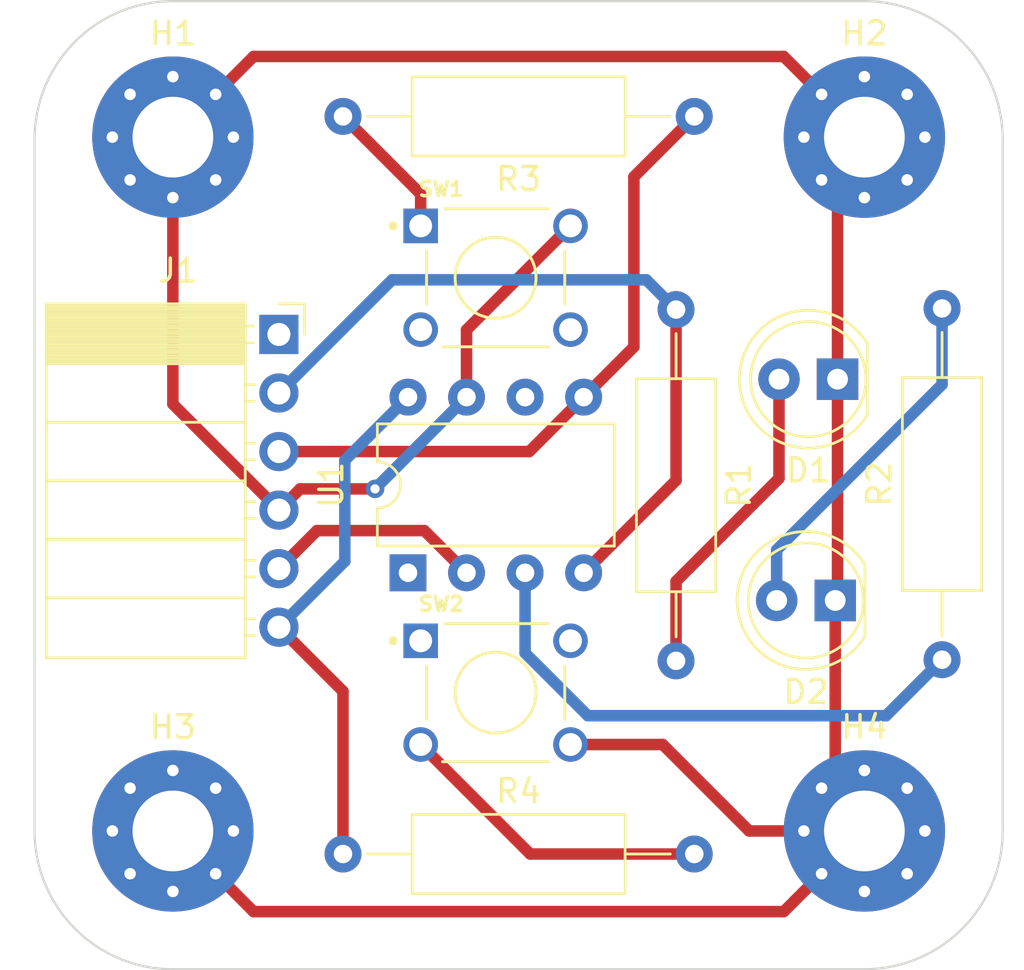
<source format=kicad_pcb>
(kicad_pcb (version 20211014) (generator pcbnew)
  (layers (0 "F.Cu" signal) (31 "B.Cu" signal) (34 "B.Paste" user) (35 "F.Paste" user) (36 "B.SilkS" user "B.Silkscreen") (37 "F.SilkS" user "F.Silkscreen") (38 "B.Mask" user) (39 "F.Mask" user) (44 "Edge.Cuts" user))
  (net 0 "")
  (net 1 "VSS")
  (net 2 "Net-(D1-Pad2)")
  (net 3 "Net-(D2-Pad2)")
  (net 5 "GP1")
  (net 6 "GP0")
  (net 7 "VDD")
  (net 8 "GP3")
  (net 9 "GP2")
  (net 10 "Net-(R3-Pad2)")
  (net 11 "Net-(R4-Pad2)")
  (footprint "Button_Switch_THT:SW_1825910-6-4" (layer "F.Cu") (at 131 84)
    (fp_text reference "SW1" (at -2.3627 -3.844398) (layer "F.SilkS") (effects (font (size 0.630643 0.630643))))
    (fp_text value "SW_DPST_x2")
    (fp_line (start 2.3 2.995) (end -2.3 2.995) (layer "F.SilkS") (width 0.127))
    (fp_line (start 3 -1.15) (end 3 1.15) (layer "F.SilkS") (width 0.127))
    (fp_line (start -2.2 -2.995) (end 2.3 -2.995) (layer "F.SilkS") (width 0.127))
    (fp_line (start -2.995 -1.15) (end -2.995 1.15) (layer "F.SilkS") (width 0.127))
    (fp_circle (center 0 0) (end 1.755 0) (layer "F.SilkS") (width 0.127) (fill none))
    (fp_circle (center -4.445 -2.25) (end -4.345 -2.25) (layer "F.SilkS") (width 0.2) (fill none))
    (pad "1" thru_hole rect locked (at -3.25 -2.25) (size 1.498 1.498) (drill 0.99) (layers *.Cu *.Mask) (net 10 "Net-(R3-Pad2)"))
    (pad "2" thru_hole circle locked (at 3.25 -2.25) (size 1.498 1.498) (drill 0.99) (layers *.Cu *.Mask) (net 1 "VSS"))
    (pad "3" thru_hole circle locked (at -3.25 2.25) (size 1.498 1.498) (drill 0.99) (layers *.Cu *.Mask))
    (pad "4" thru_hole circle locked (at 3.25 2.25) (size 1.498 1.498) (drill 0.99) (layers *.Cu *.Mask))
  )
  (footprint "MountingHole:MountingHole_3.5mm_Pad_Via" (layer "F.Cu") (at 117 108)
    (fp_text reference "H3" (at 0 -4.5) (layer "F.SilkS"))
    (fp_text value "MountingHole_Pad")
    (pad "1" thru_hole circle (at 1.856155 1.856155) (size 0.8 0.8) (drill 0.5) (layers *.Cu *.Mask) (net 1 "VSS"))
    (pad "1" thru_hole circle (at 0 0) (size 7 7) (drill 3.5) (layers *.Cu *.Mask) (net 1 "VSS"))
    (pad "1" thru_hole circle (at 1.856155 -1.856155) (size 0.8 0.8) (drill 0.5) (layers *.Cu *.Mask) (net 1 "VSS"))
    (pad "1" thru_hole circle (at -2.625 0) (size 0.8 0.8) (drill 0.5) (layers *.Cu *.Mask) (net 1 "VSS"))
    (pad "1" thru_hole circle (at -1.856155 1.856155) (size 0.8 0.8) (drill 0.5) (layers *.Cu *.Mask) (net 1 "VSS"))
    (pad "1" thru_hole circle (at 2.625 0) (size 0.8 0.8) (drill 0.5) (layers *.Cu *.Mask) (net 1 "VSS"))
    (pad "1" thru_hole circle (at -1.856155 -1.856155) (size 0.8 0.8) (drill 0.5) (layers *.Cu *.Mask) (net 1 "VSS"))
    (pad "1" thru_hole circle (at 0 -2.625) (size 0.8 0.8) (drill 0.5) (layers *.Cu *.Mask) (net 1 "VSS"))
    (pad "1" thru_hole circle (at 0 2.625) (size 0.8 0.8) (drill 0.5) (layers *.Cu *.Mask) (net 1 "VSS"))
  )
  (footprint "Button_Switch_THT:SW_1825910-6-4" (layer "F.Cu") (at 131 102)
    (fp_text reference "SW2" (at -2.3627 -3.844398) (layer "F.SilkS") (effects (font (size 0.630643 0.630643))))
    (fp_text value "SW_DPST_x2")
    (fp_line (start -2.2 -2.995) (end 2.3 -2.995) (layer "F.SilkS") (width 0.127))
    (fp_line (start -2.995 -1.15) (end -2.995 1.15) (layer "F.SilkS") (width 0.127))
    (fp_line (start 2.3 2.995) (end -2.3 2.995) (layer "F.SilkS") (width 0.127))
    (fp_line (start 3 -1.15) (end 3 1.15) (layer "F.SilkS") (width 0.127))
    (fp_circle (center -4.445 -2.25) (end -4.345 -2.25) (layer "F.SilkS") (width 0.2) (fill none))
    (fp_circle (center 0 0) (end 1.755 0) (layer "F.SilkS") (width 0.127) (fill none))
    (pad "1" thru_hole rect locked (at -3.25 -2.25) (size 1.498 1.498) (drill 0.99) (layers *.Cu *.Mask))
    (pad "2" thru_hole circle locked (at 3.25 -2.25) (size 1.498 1.498) (drill 0.99) (layers *.Cu *.Mask))
    (pad "3" thru_hole circle locked (at -3.25 2.25) (size 1.498 1.498) (drill 0.99) (layers *.Cu *.Mask) (net 11 "Net-(R4-Pad2)"))
    (pad "4" thru_hole circle locked (at 3.25 2.25) (size 1.498 1.498) (drill 0.99) (layers *.Cu *.Mask) (net 1 "VSS"))
  )
  (footprint "Package_DIP:DIP-8_W7.62mm" (layer "F.Cu") (at 127.2 96.8 90)
    (fp_text reference "U1" (at 3.81 -3.33 90) (layer "F.SilkS"))
    (fp_text value "PIC10F200-IP")
    (fp_line (start 6.46 -1.33) (end 4.81 -1.33) (layer "F.SilkS") (width 0.12))
    (fp_line (start 2.81 -1.33) (end 1.16 -1.33) (layer "F.SilkS") (width 0.12))
    (fp_line (start 1.16 -1.33) (end 1.16 8.95) (layer "F.SilkS") (width 0.12))
    (fp_line (start 1.16 8.95) (end 6.46 8.95) (layer "F.SilkS") (width 0.12))
    (fp_line (start 6.46 8.95) (end 6.46 -1.33) (layer "F.SilkS") (width 0.12))
    (fp_arc (start 4.81 -1.33) (mid 3.81 -0.33) (end 2.81 -1.33) (layer "F.SilkS") (width 0.12))
    (pad "1" thru_hole rect (at 0 0 90) (size 1.6 1.6) (drill 0.8) (layers *.Cu *.Mask))
    (pad "2" thru_hole oval (at 0 2.54 90) (size 1.6 1.6) (drill 0.8) (layers *.Cu *.Mask) (net 7 "VDD"))
    (pad "3" thru_hole oval (at 0 5.08 90) (size 1.6 1.6) (drill 0.8) (layers *.Cu *.Mask) (net 9 "GP2"))
    (pad "4" thru_hole oval (at 0 7.62 90) (size 1.6 1.6) (drill 0.8) (layers *.Cu *.Mask) (net 5 "GP1"))
    (pad "5" thru_hole oval (at 7.62 7.62 90) (size 1.6 1.6) (drill 0.8) (layers *.Cu *.Mask) (net 6 "GP0"))
    (pad "6" thru_hole oval (at 7.62 5.08 90) (size 1.6 1.6) (drill 0.8) (layers *.Cu *.Mask))
    (pad "7" thru_hole oval (at 7.62 2.54 90) (size 1.6 1.6) (drill 0.8) (layers *.Cu *.Mask) (net 1 "VSS"))
    (pad "8" thru_hole oval (at 7.62 0 90) (size 1.6 1.6) (drill 0.8) (layers *.Cu *.Mask) (net 8 "GP3"))
  )
  (footprint "Resistor_THT:R_Axial_DIN0309_L9.0mm_D3.2mm_P15.24mm_Horizontal" (layer "F.Cu") (at 138.83 85.38 -90)
    (fp_text reference "R1" (at 7.62 -2.72 -90) (layer "F.SilkS"))
    (fp_text value "1k")
    (fp_line (start 3 1.72) (end 12.24 1.72) (layer "F.SilkS") (width 0.12))
    (fp_line (start 12.24 1.72) (end 12.24 -1.72) (layer "F.SilkS") (width 0.12))
    (fp_line (start 1.04 0) (end 3 0) (layer "F.SilkS") (width 0.12))
    (fp_line (start 14.2 0) (end 12.24 0) (layer "F.SilkS") (width 0.12))
    (fp_line (start 3 -1.72) (end 3 1.72) (layer "F.SilkS") (width 0.12))
    (fp_line (start 12.24 -1.72) (end 3 -1.72) (layer "F.SilkS") (width 0.12))
    (pad "1" thru_hole circle (at 0 0 270) (size 1.6 1.6) (drill 0.8) (layers *.Cu *.Mask) (net 5 "GP1"))
    (pad "2" thru_hole oval (at 15.24 0 270) (size 1.6 1.6) (drill 0.8) (layers *.Cu *.Mask) (net 2 "Net-(D1-Pad2)"))
  )
  (footprint "Resistor_THT:R_Axial_DIN0309_L9.0mm_D3.2mm_P15.24mm_Horizontal" (layer "F.Cu") (at 124.38 109)
    (fp_text reference "R4" (at 7.62 -2.72) (layer "F.SilkS"))
    (fp_text value "1k")
    (fp_line (start 3 1.72) (end 12.24 1.72) (layer "F.SilkS") (width 0.12))
    (fp_line (start 12.24 1.72) (end 12.24 -1.72) (layer "F.SilkS") (width 0.12))
    (fp_line (start 12.24 -1.72) (end 3 -1.72) (layer "F.SilkS") (width 0.12))
    (fp_line (start 1.04 0) (end 3 0) (layer "F.SilkS") (width 0.12))
    (fp_line (start 3 -1.72) (end 3 1.72) (layer "F.SilkS") (width 0.12))
    (fp_line (start 14.2 0) (end 12.24 0) (layer "F.SilkS") (width 0.12))
    (pad "1" thru_hole circle (at 0 0) (size 1.6 1.6) (drill 0.8) (layers *.Cu *.Mask) (net 8 "GP3"))
    (pad "2" thru_hole oval (at 15.24 0) (size 1.6 1.6) (drill 0.8) (layers *.Cu *.Mask) (net 11 "Net-(R4-Pad2)"))
  )
  (footprint "MountingHole:MountingHole_3.5mm_Pad_Via" (layer "F.Cu") (at 117 77.9)
    (fp_text reference "H1" (at 0 -4.5) (layer "F.SilkS"))
    (fp_text value "MountingHole_Pad")
    (pad "1" thru_hole circle (at 0 2.625) (size 0.8 0.8) (drill 0.5) (layers *.Cu *.Mask) (net 1 "VSS"))
    (pad "1" thru_hole circle (at 0 0) (size 7 7) (drill 3.5) (layers *.Cu *.Mask) (net 1 "VSS"))
    (pad "1" thru_hole circle (at -2.625 0) (size 0.8 0.8) (drill 0.5) (layers *.Cu *.Mask) (net 1 "VSS"))
    (pad "1" thru_hole circle (at 1.856155 -1.856155) (size 0.8 0.8) (drill 0.5) (layers *.Cu *.Mask) (net 1 "VSS"))
    (pad "1" thru_hole circle (at 2.625 0) (size 0.8 0.8) (drill 0.5) (layers *.Cu *.Mask) (net 1 "VSS"))
    (pad "1" thru_hole circle (at -1.856155 -1.856155) (size 0.8 0.8) (drill 0.5) (layers *.Cu *.Mask) (net 1 "VSS"))
    (pad "1" thru_hole circle (at 1.856155 1.856155) (size 0.8 0.8) (drill 0.5) (layers *.Cu *.Mask) (net 1 "VSS"))
    (pad "1" thru_hole circle (at -1.856155 1.856155) (size 0.8 0.8) (drill 0.5) (layers *.Cu *.Mask) (net 1 "VSS"))
    (pad "1" thru_hole circle (at 0 -2.625) (size 0.8 0.8) (drill 0.5) (layers *.Cu *.Mask) (net 1 "VSS"))
  )
  (footprint "Resistor_THT:R_Axial_DIN0309_L9.0mm_D3.2mm_P15.24mm_Horizontal" (layer "F.Cu") (at 139.62 77 180)
    (fp_text reference "R3" (at 7.62 -2.72 180) (layer "F.SilkS"))
    (fp_text value "1k")
    (fp_line (start 1.04 0) (end 3 0) (layer "F.SilkS") (width 0.12))
    (fp_line (start 14.2 0) (end 12.24 0) (layer "F.SilkS") (width 0.12))
    (fp_line (start 12.24 1.72) (end 12.24 -1.72) (layer "F.SilkS") (width 0.12))
    (fp_line (start 3 -1.72) (end 3 1.72) (layer "F.SilkS") (width 0.12))
    (fp_line (start 3 1.72) (end 12.24 1.72) (layer "F.SilkS") (width 0.12))
    (fp_line (start 12.24 -1.72) (end 3 -1.72) (layer "F.SilkS") (width 0.12))
    (pad "1" thru_hole circle (at 0 0 180) (size 1.6 1.6) (drill 0.8) (layers *.Cu *.Mask) (net 6 "GP0"))
    (pad "2" thru_hole oval (at 15.24 0 180) (size 1.6 1.6) (drill 0.8) (layers *.Cu *.Mask) (net 10 "Net-(R3-Pad2)"))
  )
  (footprint "LED_THT:LED_D5.0mm" (layer "F.Cu") (at 145.835 88.4 180)
    (fp_text reference "D1" (at 1.27 -3.96) (layer "F.SilkS"))
    (fp_text value "LED")
    (fp_line (start -1.29 -1.545) (end -1.29 1.545) (layer "F.SilkS") (width 0.12))
    (fp_arc (start -1.29 -1.54483) (mid 2.072002 -2.880433) (end 4.26 0.000462) (layer "F.SilkS") (width 0.12))
    (fp_arc (start 4.26 -0.000462) (mid 2.072002 2.880433) (end -1.29 1.54483) (layer "F.SilkS") (width 0.12))
    (fp_circle (center 1.27 0) (end 3.77 0) (layer "F.SilkS") (width 0.12) (fill none))
    (pad "1" thru_hole rect (at 0 0 180) (size 1.8 1.8) (drill 0.9) (layers *.Cu *.Mask) (net 1 "VSS"))
    (pad "2" thru_hole circle (at 2.54 0 180) (size 1.8 1.8) (drill 0.9) (layers *.Cu *.Mask) (net 2 "Net-(D1-Pad2)"))
  )
  (footprint "Connector_PinSocket_2.54mm:PinSocket_1x06_P2.54mm_Horizontal" (layer "F.Cu") (at 121.6 86.46)
    (fp_text reference "J1" (at -4.38 -2.77) (layer "F.SilkS"))
    (fp_text value "Conn_01x06_Female")
    (fp_line (start -10.09 6.35) (end -1.46 6.35) (layer "F.SilkS") (width 0.12))
    (fp_line (start -10.09 -0.619525) (end -1.46 -0.619525) (layer "F.SilkS") (width 0.12))
    (fp_line (start -1.46 -0.36) (end -1.11 -0.36) (layer "F.SilkS") (width 0.12))
    (fp_line (start -10.09 -0.02905) (end -1.46 -0.02905) (layer "F.SilkS") (width 0.12))
    (fp_line (start -1.46 13.06) (end -1.05 13.06) (layer "F.SilkS") (width 0.12))
    (fp_line (start -10.09 -0.855715) (end -1.46 -0.855715) (layer "F.SilkS") (width 0.12))
    (fp_line (start -10.09 0.91571) (end -1.46 0.91571) (layer "F.SilkS") (width 0.12))
    (fp_line (start -1.46 10.52) (end -1.05 10.52) (layer "F.SilkS") (width 0.12))
    (fp_line (start -1.46 7.98) (end -1.05 7.98) (layer "F.SilkS") (width 0.12))
    (fp_line (start -10.09 14.03) (end -1.46 14.03) (layer "F.SilkS") (width 0.12))
    (fp_line (start -10.09 0.20714) (end -1.46 0.20714) (layer "F.SilkS") (width 0.12))
    (fp_line (start -1.46 12.34) (end -1.05 12.34) (layer "F.SilkS") (width 0.12))
    (fp_line (start 0 -1.33) (end 1.11 -1.33) (layer "F.SilkS") (width 0.12))
    (fp_line (start -10.09 3.81) (end -1.46 3.81) (layer "F.SilkS") (width 0.12))
    (fp_line (start -10.09 -1.33) (end -10.09 14.03) (layer "F.SilkS") (width 0.12))
    (fp_line (start -1.46 2.9) (end -1.05 2.9) (layer "F.SilkS") (width 0.12))
    (fp_line (start -1.46 7.26) (end -1.05 7.26) (layer "F.SilkS") (width 0.12))
    (fp_line (start -10.09 1.1519) (end -1.46 1.1519) (layer "F.SilkS") (width 0.12))
    (fp_line (start -10.09 1.033805) (end -1.46 1.033805) (layer "F.SilkS") (width 0.12))
    (fp_line (start -10.09 1.27) (end -1.46 1.27) (layer "F.SilkS") (width 0.12))
    (fp_line (start -10.09 -0.97381) (end -1.46 -0.97381) (layer "F.SilkS") (width 0.12))
    (fp_line (start -10.09 -0.26524) (end -1.46 -0.26524) (layer "F.SilkS") (width 0.12))
    (fp_line (start 1.11 -1.33) (end 1.11 0) (layer "F.SilkS") (width 0.12))
    (fp_line (start -1.46 4.72) (end -1.05 4.72) (layer "F.SilkS") (width 0.12))
    (fp_line (start -10.09 0.561425) (end -1.46 0.561425) (layer "F.SilkS") (width 0.12))
    (fp_line (start -10.09 -1.091905) (end -1.46 -1.091905) (layer "F.SilkS") (width 0.12))
    (fp_line (start -10.09 -0.383335) (end -1.46 -0.383335) (layer "F.SilkS") (width 0.12))
    (fp_line (start -10.09 0.67952) (end -1.46 0.67952) (layer "F.SilkS") (width 0.12))
    (fp_line (start -10.09 -0.73762) (end -1.46 -0.73762) (layer "F.SilkS") (width 0.12))
    (fp_line (start -10.09 11.43) (end -1.46 11.43) (layer "F.SilkS") (width 0.12))
    (fp_line (start -1.46 2.18) (end -1.05 2.18) (layer "F.SilkS") (width 0.12))
    (fp_line (start -1.46 0.36) (end -1.11 0.36) (layer "F.SilkS") (width 0.12))
    (fp_line (start -10.09 -0.50143) (end -1.46 -0.50143) (layer "F.SilkS") (width 0.12))
    (fp_line (start -1.46 9.8) (end -1.05 9.8) (layer "F.SilkS") (width 0.12))
    (fp_line (start -10.09 -1.33) (end -1.46 -1.33) (layer "F.SilkS") (width 0.12))
    (fp_line (start -10.09 -0.147145) (end -1.46 -0.147145) (layer "F.SilkS") (width 0.12))
    (fp_line (start -10.09 0.44333) (end -1.46 0.44333) (layer "F.SilkS") (width 0.12))
    (fp_line (start -10.09 0.325235) (end -1.46 0.325235) (layer "F.SilkS") (width 0.12))
    (fp_line (start -1.46 5.44) (end -1.05 5.44) (layer "F.SilkS") (width 0.12))
    (fp_line (start -10.09 8.89) (end -1.46 8.89) (layer "F.SilkS") (width 0.12))
    (fp_line (start -1.46 -1.33) (end -1.46 14.03) (layer "F.SilkS") (width 0.12))
    (fp_line (start -10.09 0.089045) (end -1.46 0.089045) (layer "F.SilkS") (width 0.12))
    (fp_line (start -10.09 0.797615) (end -1.46 0.797615) (layer "F.SilkS") (width 0.12))
    (fp_line (start -10.09 -1.21) (end -1.46 -1.21) (layer "F.SilkS") (width 0.12))
    (pad "1" thru_hole rect (at 0 0) (size 1.7 1.7) (drill 1) (layers *.Cu *.Mask))
    (pad "2" thru_hole oval (at 0 2.54) (size 1.7 1.7) (drill 1) (layers *.Cu *.Mask) (net 5 "GP1"))
    (pad "3" thru_hole oval (at 0 5.08) (size 1.7 1.7) (drill 1) (layers *.Cu *.Mask) (net 6 "GP0"))
    (pad "4" thru_hole oval (at 0 7.62) (size 1.7 1.7) (drill 1) (layers *.Cu *.Mask) (net 1 "VSS"))
    (pad "5" thru_hole oval (at 0 10.16) (size 1.7 1.7) (drill 1) (layers *.Cu *.Mask) (net 7 "VDD"))
    (pad "6" thru_hole oval (at 0 12.7) (size 1.7 1.7) (drill 1) (layers *.Cu *.Mask) (net 8 "GP3"))
  )
  (footprint "MountingHole:MountingHole_3.5mm_Pad_Via" (layer "F.Cu") (at 147 108)
    (fp_text reference "H4" (at 0 -4.5) (layer "F.SilkS"))
    (fp_text value "MountingHole_Pad")
    (pad "1" thru_hole circle (at -1.856155 -1.856155) (size 0.8 0.8) (drill 0.5) (layers *.Cu *.Mask) (net 1 "VSS"))
    (pad "1" thru_hole circle (at 2.625 0) (size 0.8 0.8) (drill 0.5) (layers *.Cu *.Mask) (net 1 "VSS"))
    (pad "1" thru_hole circle (at 0 2.625) (size 0.8 0.8) (drill 0.5) (layers *.Cu *.Mask) (net 1 "VSS"))
    (pad "1" thru_hole circle (at 1.856155 -1.856155) (size 0.8 0.8) (drill 0.5) (layers *.Cu *.Mask) (net 1 "VSS"))
    (pad "1" thru_hole circle (at -1.856155 1.856155) (size 0.8 0.8) (drill 0.5) (layers *.Cu *.Mask) (net 1 "VSS"))
    (pad "1" thru_hole circle (at -2.625 0) (size 0.8 0.8) (drill 0.5) (layers *.Cu *.Mask) (net 1 "VSS"))
    (pad "1" thru_hole circle (at 1.856155 1.856155) (size 0.8 0.8) (drill 0.5) (layers *.Cu *.Mask) (net 1 "VSS"))
    (pad "1" thru_hole circle (at 0 0) (size 7 7) (drill 3.5) (layers *.Cu *.Mask) (net 1 "VSS"))
    (pad "1" thru_hole circle (at 0 -2.625) (size 0.8 0.8) (drill 0.5) (layers *.Cu *.Mask) (net 1 "VSS"))
  )
  (footprint "MountingHole:MountingHole_3.5mm_Pad_Via" (layer "F.Cu") (at 147 77.9)
    (fp_text reference "H2" (at 0 -4.5) (layer "F.SilkS"))
    (fp_text value "MountingHole_Pad")
    (pad "1" thru_hole circle (at 1.856155 1.856155) (size 0.8 0.8) (drill 0.5) (layers *.Cu *.Mask) (net 1 "VSS"))
    (pad "1" thru_hole circle (at 0 2.625) (size 0.8 0.8) (drill 0.5) (layers *.Cu *.Mask) (net 1 "VSS"))
    (pad "1" thru_hole circle (at -2.625 0) (size 0.8 0.8) (drill 0.5) (layers *.Cu *.Mask) (net 1 "VSS"))
    (pad "1" thru_hole circle (at -1.856155 1.856155) (size 0.8 0.8) (drill 0.5) (layers *.Cu *.Mask) (net 1 "VSS"))
    (pad "1" thru_hole circle (at 2.625 0) (size 0.8 0.8) (drill 0.5) (layers *.Cu *.Mask) (net 1 "VSS"))
    (pad "1" thru_hole circle (at -1.856155 -1.856155) (size 0.8 0.8) (drill 0.5) (layers *.Cu *.Mask) (net 1 "VSS"))
    (pad "1" thru_hole circle (at 0 0) (size 7 7) (drill 3.5) (layers *.Cu *.Mask) (net 1 "VSS"))
    (pad "1" thru_hole circle (at 0 -2.625) (size 0.8 0.8) (drill 0.5) (layers *.Cu *.Mask) (net 1 "VSS"))
    (pad "1" thru_hole circle (at 1.856155 -1.856155) (size 0.8 0.8) (drill 0.5) (layers *.Cu *.Mask) (net 1 "VSS"))
  )
  (footprint "LED_THT:LED_D5.0mm" (layer "F.Cu") (at 145.735 98 180)
    (fp_text reference "D2" (at 1.27 -3.96) (layer "F.SilkS"))
    (fp_text value "LED")
    (fp_line (start -1.29 -1.545) (end -1.29 1.545) (layer "F.SilkS") (width 0.12))
    (fp_arc (start -1.29 -1.54483) (mid 2.072002 -2.880433) (end 4.26 0.000462) (layer "F.SilkS") (width 0.12))
    (fp_arc (start 4.26 -0.000462) (mid 2.072002 2.880433) (end -1.29 1.54483) (layer "F.SilkS") (width 0.12))
    (fp_circle (center 1.27 0) (end 3.77 0) (layer "F.SilkS") (width 0.12) (fill none))
    (pad "1" thru_hole rect (at 0 0 180) (size 1.8 1.8) (drill 0.9) (layers *.Cu *.Mask) (net 1 "VSS"))
    (pad "2" thru_hole circle (at 2.54 0 180) (size 1.8 1.8) (drill 0.9) (layers *.Cu *.Mask) (net 3 "Net-(D2-Pad2)"))
  )
  (footprint "Resistor_THT:R_Axial_DIN0309_L9.0mm_D3.2mm_P15.24mm_Horizontal" (layer "F.Cu") (at 150.37 100.57 90)
    (fp_text reference "R2" (at 7.62 -2.72 90) (layer "F.SilkS"))
    (fp_text value "1k")
    (fp_line (start 3 -1.72) (end 3 1.72) (layer "F.SilkS") (width 0.12))
    (fp_line (start 12.24 1.72) (end 12.24 -1.72) (layer "F.SilkS") (width 0.12))
    (fp_line (start 12.24 -1.72) (end 3 -1.72) (layer "F.SilkS") (width 0.12))
    (fp_line (start 3 1.72) (end 12.24 1.72) (layer "F.SilkS") (width 0.12))
    (fp_line (start 14.2 0) (end 12.24 0) (layer "F.SilkS") (width 0.12))
    (fp_line (start 1.04 0) (end 3 0) (layer "F.SilkS") (width 0.12))
    (pad "1" thru_hole circle (at 0 0 90) (size 1.6 1.6) (drill 0.8) (layers *.Cu *.Mask) (net 9 "GP2"))
    (pad "2" thru_hole oval (at 15.24 0 90) (size 1.6 1.6) (drill 0.8) (layers *.Cu *.Mask) (net 3 "Net-(D2-Pad2)"))
  )
  (gr_arc (start 147 72) (mid 151.242641 73.757359) (end 153 78) (layer "Edge.Cuts") (width 0.1))
  (gr_line (start 147 72) (end 117 72) (layer "Edge.Cuts") (width 0.1))
  (gr_line (start 153 78) (end 153 108) (layer "Edge.Cuts") (width 0.1))
  (gr_line (start 111 78) (end 111 108) (layer "Edge.Cuts") (width 0.1))
  (gr_arc (start 111 78) (mid 112.757359 73.757359) (end 117 72) (layer "Edge.Cuts") (width 0.1))
  (gr_arc (start 153 108) (mid 151.242641 112.242641) (end 147 114) (layer "Edge.Cuts") (width 0.1))
  (gr_arc (start 117 114) (mid 112.757359 112.242641) (end 111 108) (layer "Edge.Cuts") (width 0.1))
  (gr_line (start 147 114) (end 117 114) (layer "Edge.Cuts") (width 0.1))
  (segment (start 117 108) (end 120.5 111.5) (width 0.5) (layer "F.Cu") (net 1))
  (segment (start 145.735 98) (end 145.735 106.735) (width 0.5) (layer "F.Cu") (net 1))
  (segment (start 122.52 93.16) (end 121.6 94.08) (width 0.5) (layer "F.Cu") (net 1))
  (segment (start 121.6 94.08) (end 117 89.48) (width 0.5) (layer "F.Cu") (net 1))
  (segment (start 145.835 97.9) (end 145.735 98) (width 0.5) (layer "F.Cu") (net 1))
  (segment (start 117 77.9) (end 120.5 74.4) (width 0.5) (layer "F.Cu") (net 1))
  (segment (start 145.835 79.065) (end 147 77.9) (width 0.5) (layer "F.Cu") (net 1))
  (segment (start 120.5 111.5) (end 143.5 111.5) (width 0.5) (layer "F.Cu") (net 1))
  (segment (start 143.5 111.5) (end 147 108) (width 0.5) (layer "F.Cu") (net 1))
  (segment (start 147.9 107.1) (end 147 108) (width 0.5) (layer "F.Cu") (net 1))
  (segment (start 138.25 104.25) (end 142 108) (width 0.5) (layer "F.Cu") (net 1))
  (segment (start 142 108) (end 147 108) (width 0.5) (layer "F.Cu") (net 1))
  (segment (start 129.74 86.26) (end 134.25 81.75) (width 0.5) (layer "F.Cu") (net 1))
  (segment (start 134.25 104.25) (end 138.25 104.25) (width 0.5) (layer "F.Cu") (net 1))
  (segment (start 120.5 74.4) (end 143.5 74.4) (width 0.5) (layer "F.Cu") (net 1))
  (segment (start 125.77 93.16) (end 122.52 93.16) (width 0.5) (layer "F.Cu") (net 1))
  (segment (start 143.5 74.4) (end 147 77.9) (width 0.5) (layer "F.Cu") (net 1))
  (segment (start 145.835 88.4) (end 145.835 97.9) (width 0.5) (layer "F.Cu") (net 1))
  (segment (start 117 89.48) (end 117 77.9) (width 0.5) (layer "F.Cu") (net 1))
  (segment (start 148 78.9) (end 147 77.9) (width 0.5) (layer "F.Cu") (net 1))
  (segment (start 129.74 89.18) (end 129.74 86.26) (width 0.5) (layer "F.Cu") (net 1))
  (segment (start 145.735 106.735) (end 147 108) (width 0.5) (layer "F.Cu") (net 1))
  (segment (start 145.835 88.4) (end 145.835 79.065) (width 0.5) (layer "F.Cu") (net 1))
  (via (at 125.77 93.16) (size 0.8) (drill 0.4) (layers "F.Cu" "B.Cu") (net 1))
  (segment (start 125.77 93.15) (end 125.77 93.16) (width 0.5) (layer "B.Cu") (net 1))
  (segment (start 129.74 89.18) (end 125.77 93.15) (width 0.5) (layer "B.Cu") (net 1))
  (segment (start 138.83 100.62) (end 138.83 97.17) (width 0.5) (layer "F.Cu") (net 2))
  (segment (start 143.295 92.705) (end 143.295 88.4) (width 0.5) (layer "F.Cu") (net 2))
  (segment (start 138.83 97.17) (end 143.295 92.705) (width 0.5) (layer "F.Cu") (net 2))
  (segment (start 143.195 95.805) (end 150.37 88.63) (width 0.5) (layer "B.Cu") (net 3))
  (segment (start 150.37 88.63) (end 150.37 85.33) (width 0.5) (layer "B.Cu") (net 3))
  (segment (start 143.195 98) (end 143.195 95.805) (width 0.5) (layer "B.Cu") (net 3))
  (segment (start 138.83 92.79) (end 134.82 96.8) (width 0.5) (layer "F.Cu") (net 5))
  (segment (start 138.83 85.38) (end 138.83 92.79) (width 0.5) (layer "F.Cu") (net 5))
  (segment (start 126.51 84.09) (end 137.54 84.09) (width 0.5) (layer "B.Cu") (net 5))
  (segment (start 137.54 84.09) (end 138.83 85.38) (width 0.5) (layer "B.Cu") (net 5))
  (segment (start 121.6 89) (end 126.51 84.09) (width 0.5) (layer "B.Cu") (net 5))
  (segment (start 134.82 89.18) (end 137 87) (width 0.5) (layer "F.Cu") (net 6))
  (segment (start 137 79.62) (end 139.62 77) (width 0.5) (layer "F.Cu") (net 6))
  (segment (start 132.46 91.54) (end 121.6 91.54) (width 0.5) (layer "F.Cu") (net 6))
  (segment (start 137 87) (end 137 79.62) (width 0.5) (layer "F.Cu") (net 6))
  (segment (start 134.82 89.18) (end 132.46 91.54) (width 0.5) (layer "F.Cu") (net 6))
  (segment (start 127.91 94.97) (end 123.25 94.97) (width 0.5) (layer "F.Cu") (net 7))
  (segment (start 123.25 94.97) (end 121.6 96.62) (width 0.5) (layer "F.Cu") (net 7))
  (segment (start 129.74 96.8) (end 127.91 94.97) (width 0.5) (layer "F.Cu") (net 7))
  (segment (start 124.38 101.94) (end 121.6 99.16) (width 0.5) (layer "F.Cu") (net 8))
  (segment (start 124.38 109) (end 124.38 101.94) (width 0.5) (layer "F.Cu") (net 8))
  (segment (start 124.46 91.92) (end 127.2 89.18) (width 0.5) (layer "B.Cu") (net 8))
  (segment (start 121.6 99.16) (end 124.46 96.3) (width 0.5) (layer "B.Cu") (net 8))
  (segment (start 124.46 96.3) (end 124.46 91.92) (width 0.5) (layer "B.Cu") (net 8))
  (segment (start 132.28 100.28) (end 135 103) (width 0.5) (layer "B.Cu") (net 9))
  (segment (start 147.94 103) (end 150.37 100.57) (width 0.5) (layer "B.Cu") (net 9))
  (segment (start 135 103) (end 147.94 103) (width 0.5) (layer "B.Cu") (net 9))
  (segment (start 132.28 96.8) (end 132.28 100.28) (width 0.5) (layer "B.Cu") (net 9))
  (segment (start 127.75 80.37) (end 124.38 77) (width 0.5) (layer "F.Cu") (net 10))
  (segment (start 127.75 81.75) (end 127.75 80.37) (width 0.5) (layer "F.Cu") (net 10))
  (segment (start 127.75 104.25) (end 132.5 109) (width 0.5) (layer "F.Cu") (net 11))
  (segment (start 132.5 109) (end 139.62 109) (width 0.5) (layer "F.Cu") (net 11))
)
</source>
